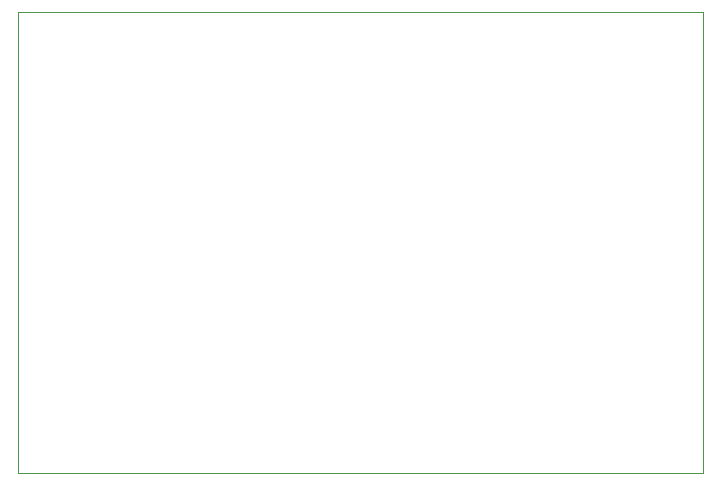
<source format=gbr>
G04 #@! TF.GenerationSoftware,KiCad,Pcbnew,(5.1.5)-3*
G04 #@! TF.CreationDate,2020-06-11T09:31:08-05:00*
G04 #@! TF.ProjectId,Li-ion 5A Boost 1A Charge Protect,4c692d69-6f6e-4203-9541-20426f6f7374,rev?*
G04 #@! TF.SameCoordinates,Original*
G04 #@! TF.FileFunction,Profile,NP*
%FSLAX46Y46*%
G04 Gerber Fmt 4.6, Leading zero omitted, Abs format (unit mm)*
G04 Created by KiCad (PCBNEW (5.1.5)-3) date 2020-06-11 09:31:08*
%MOMM*%
%LPD*%
G04 APERTURE LIST*
%ADD10C,0.100000*%
G04 APERTURE END LIST*
D10*
X174000000Y-52000000D02*
X174000000Y-91000000D01*
X116000000Y-52000000D02*
X174000000Y-52000000D01*
X116000000Y-91000000D02*
X116000000Y-52000000D01*
X174000000Y-91000000D02*
X116000000Y-91000000D01*
M02*

</source>
